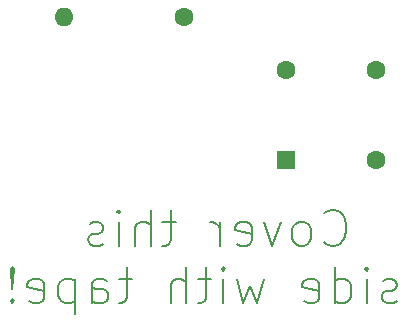
<source format=gbr>
%TF.GenerationSoftware,KiCad,Pcbnew,8.0.3*%
%TF.CreationDate,2024-12-07T17:37:54-06:00*%
%TF.ProjectId,XVI Overclock,58564920-4f76-4657-9263-6c6f636b2e6b,rev?*%
%TF.SameCoordinates,Original*%
%TF.FileFunction,Soldermask,Bot*%
%TF.FilePolarity,Negative*%
%FSLAX46Y46*%
G04 Gerber Fmt 4.6, Leading zero omitted, Abs format (unit mm)*
G04 Created by KiCad (PCBNEW 8.0.3) date 2024-12-07 17:37:54*
%MOMM*%
%LPD*%
G01*
G04 APERTURE LIST*
%ADD10C,0.150000*%
%ADD11C,1.600000*%
%ADD12R,1.600000X1.600000*%
%ADD13O,1.600000X1.600000*%
G04 APERTURE END LIST*
D10*
X163884285Y-113614426D02*
X164027142Y-113757284D01*
X164027142Y-113757284D02*
X164455714Y-113900141D01*
X164455714Y-113900141D02*
X164741428Y-113900141D01*
X164741428Y-113900141D02*
X165169999Y-113757284D01*
X165169999Y-113757284D02*
X165455714Y-113471569D01*
X165455714Y-113471569D02*
X165598571Y-113185855D01*
X165598571Y-113185855D02*
X165741428Y-112614426D01*
X165741428Y-112614426D02*
X165741428Y-112185855D01*
X165741428Y-112185855D02*
X165598571Y-111614426D01*
X165598571Y-111614426D02*
X165455714Y-111328712D01*
X165455714Y-111328712D02*
X165169999Y-111042998D01*
X165169999Y-111042998D02*
X164741428Y-110900141D01*
X164741428Y-110900141D02*
X164455714Y-110900141D01*
X164455714Y-110900141D02*
X164027142Y-111042998D01*
X164027142Y-111042998D02*
X163884285Y-111185855D01*
X162169999Y-113900141D02*
X162455714Y-113757284D01*
X162455714Y-113757284D02*
X162598571Y-113614426D01*
X162598571Y-113614426D02*
X162741428Y-113328712D01*
X162741428Y-113328712D02*
X162741428Y-112471569D01*
X162741428Y-112471569D02*
X162598571Y-112185855D01*
X162598571Y-112185855D02*
X162455714Y-112042998D01*
X162455714Y-112042998D02*
X162169999Y-111900141D01*
X162169999Y-111900141D02*
X161741428Y-111900141D01*
X161741428Y-111900141D02*
X161455714Y-112042998D01*
X161455714Y-112042998D02*
X161312857Y-112185855D01*
X161312857Y-112185855D02*
X161169999Y-112471569D01*
X161169999Y-112471569D02*
X161169999Y-113328712D01*
X161169999Y-113328712D02*
X161312857Y-113614426D01*
X161312857Y-113614426D02*
X161455714Y-113757284D01*
X161455714Y-113757284D02*
X161741428Y-113900141D01*
X161741428Y-113900141D02*
X162169999Y-113900141D01*
X160169999Y-111900141D02*
X159455713Y-113900141D01*
X159455713Y-113900141D02*
X158741428Y-111900141D01*
X156455714Y-113757284D02*
X156741428Y-113900141D01*
X156741428Y-113900141D02*
X157312857Y-113900141D01*
X157312857Y-113900141D02*
X157598571Y-113757284D01*
X157598571Y-113757284D02*
X157741428Y-113471569D01*
X157741428Y-113471569D02*
X157741428Y-112328712D01*
X157741428Y-112328712D02*
X157598571Y-112042998D01*
X157598571Y-112042998D02*
X157312857Y-111900141D01*
X157312857Y-111900141D02*
X156741428Y-111900141D01*
X156741428Y-111900141D02*
X156455714Y-112042998D01*
X156455714Y-112042998D02*
X156312857Y-112328712D01*
X156312857Y-112328712D02*
X156312857Y-112614426D01*
X156312857Y-112614426D02*
X157741428Y-112900141D01*
X155027142Y-113900141D02*
X155027142Y-111900141D01*
X155027142Y-112471569D02*
X154884285Y-112185855D01*
X154884285Y-112185855D02*
X154741428Y-112042998D01*
X154741428Y-112042998D02*
X154455713Y-111900141D01*
X154455713Y-111900141D02*
X154169999Y-111900141D01*
X151312856Y-111900141D02*
X150169999Y-111900141D01*
X150884285Y-110900141D02*
X150884285Y-113471569D01*
X150884285Y-113471569D02*
X150741428Y-113757284D01*
X150741428Y-113757284D02*
X150455713Y-113900141D01*
X150455713Y-113900141D02*
X150169999Y-113900141D01*
X149169999Y-113900141D02*
X149169999Y-110900141D01*
X147884285Y-113900141D02*
X147884285Y-112328712D01*
X147884285Y-112328712D02*
X148027142Y-112042998D01*
X148027142Y-112042998D02*
X148312856Y-111900141D01*
X148312856Y-111900141D02*
X148741427Y-111900141D01*
X148741427Y-111900141D02*
X149027142Y-112042998D01*
X149027142Y-112042998D02*
X149169999Y-112185855D01*
X146455713Y-113900141D02*
X146455713Y-111900141D01*
X146455713Y-110900141D02*
X146598570Y-111042998D01*
X146598570Y-111042998D02*
X146455713Y-111185855D01*
X146455713Y-111185855D02*
X146312856Y-111042998D01*
X146312856Y-111042998D02*
X146455713Y-110900141D01*
X146455713Y-110900141D02*
X146455713Y-111185855D01*
X145169999Y-113757284D02*
X144884285Y-113900141D01*
X144884285Y-113900141D02*
X144312856Y-113900141D01*
X144312856Y-113900141D02*
X144027142Y-113757284D01*
X144027142Y-113757284D02*
X143884285Y-113471569D01*
X143884285Y-113471569D02*
X143884285Y-113328712D01*
X143884285Y-113328712D02*
X144027142Y-113042998D01*
X144027142Y-113042998D02*
X144312856Y-112900141D01*
X144312856Y-112900141D02*
X144741428Y-112900141D01*
X144741428Y-112900141D02*
X145027142Y-112757284D01*
X145027142Y-112757284D02*
X145169999Y-112471569D01*
X145169999Y-112471569D02*
X145169999Y-112328712D01*
X145169999Y-112328712D02*
X145027142Y-112042998D01*
X145027142Y-112042998D02*
X144741428Y-111900141D01*
X144741428Y-111900141D02*
X144312856Y-111900141D01*
X144312856Y-111900141D02*
X144027142Y-112042998D01*
X170027142Y-118587116D02*
X169741428Y-118729973D01*
X169741428Y-118729973D02*
X169169999Y-118729973D01*
X169169999Y-118729973D02*
X168884285Y-118587116D01*
X168884285Y-118587116D02*
X168741428Y-118301401D01*
X168741428Y-118301401D02*
X168741428Y-118158544D01*
X168741428Y-118158544D02*
X168884285Y-117872830D01*
X168884285Y-117872830D02*
X169169999Y-117729973D01*
X169169999Y-117729973D02*
X169598571Y-117729973D01*
X169598571Y-117729973D02*
X169884285Y-117587116D01*
X169884285Y-117587116D02*
X170027142Y-117301401D01*
X170027142Y-117301401D02*
X170027142Y-117158544D01*
X170027142Y-117158544D02*
X169884285Y-116872830D01*
X169884285Y-116872830D02*
X169598571Y-116729973D01*
X169598571Y-116729973D02*
X169169999Y-116729973D01*
X169169999Y-116729973D02*
X168884285Y-116872830D01*
X167455714Y-118729973D02*
X167455714Y-116729973D01*
X167455714Y-115729973D02*
X167598571Y-115872830D01*
X167598571Y-115872830D02*
X167455714Y-116015687D01*
X167455714Y-116015687D02*
X167312857Y-115872830D01*
X167312857Y-115872830D02*
X167455714Y-115729973D01*
X167455714Y-115729973D02*
X167455714Y-116015687D01*
X164741429Y-118729973D02*
X164741429Y-115729973D01*
X164741429Y-118587116D02*
X165027143Y-118729973D01*
X165027143Y-118729973D02*
X165598571Y-118729973D01*
X165598571Y-118729973D02*
X165884286Y-118587116D01*
X165884286Y-118587116D02*
X166027143Y-118444258D01*
X166027143Y-118444258D02*
X166170000Y-118158544D01*
X166170000Y-118158544D02*
X166170000Y-117301401D01*
X166170000Y-117301401D02*
X166027143Y-117015687D01*
X166027143Y-117015687D02*
X165884286Y-116872830D01*
X165884286Y-116872830D02*
X165598571Y-116729973D01*
X165598571Y-116729973D02*
X165027143Y-116729973D01*
X165027143Y-116729973D02*
X164741429Y-116872830D01*
X162170000Y-118587116D02*
X162455714Y-118729973D01*
X162455714Y-118729973D02*
X163027143Y-118729973D01*
X163027143Y-118729973D02*
X163312857Y-118587116D01*
X163312857Y-118587116D02*
X163455714Y-118301401D01*
X163455714Y-118301401D02*
X163455714Y-117158544D01*
X163455714Y-117158544D02*
X163312857Y-116872830D01*
X163312857Y-116872830D02*
X163027143Y-116729973D01*
X163027143Y-116729973D02*
X162455714Y-116729973D01*
X162455714Y-116729973D02*
X162170000Y-116872830D01*
X162170000Y-116872830D02*
X162027143Y-117158544D01*
X162027143Y-117158544D02*
X162027143Y-117444258D01*
X162027143Y-117444258D02*
X163455714Y-117729973D01*
X158741428Y-116729973D02*
X158170000Y-118729973D01*
X158170000Y-118729973D02*
X157598571Y-117301401D01*
X157598571Y-117301401D02*
X157027142Y-118729973D01*
X157027142Y-118729973D02*
X156455714Y-116729973D01*
X155312857Y-118729973D02*
X155312857Y-116729973D01*
X155312857Y-115729973D02*
X155455714Y-115872830D01*
X155455714Y-115872830D02*
X155312857Y-116015687D01*
X155312857Y-116015687D02*
X155170000Y-115872830D01*
X155170000Y-115872830D02*
X155312857Y-115729973D01*
X155312857Y-115729973D02*
X155312857Y-116015687D01*
X154312857Y-116729973D02*
X153170000Y-116729973D01*
X153884286Y-115729973D02*
X153884286Y-118301401D01*
X153884286Y-118301401D02*
X153741429Y-118587116D01*
X153741429Y-118587116D02*
X153455714Y-118729973D01*
X153455714Y-118729973D02*
X153170000Y-118729973D01*
X152170000Y-118729973D02*
X152170000Y-115729973D01*
X150884286Y-118729973D02*
X150884286Y-117158544D01*
X150884286Y-117158544D02*
X151027143Y-116872830D01*
X151027143Y-116872830D02*
X151312857Y-116729973D01*
X151312857Y-116729973D02*
X151741428Y-116729973D01*
X151741428Y-116729973D02*
X152027143Y-116872830D01*
X152027143Y-116872830D02*
X152170000Y-117015687D01*
X147598571Y-116729973D02*
X146455714Y-116729973D01*
X147170000Y-115729973D02*
X147170000Y-118301401D01*
X147170000Y-118301401D02*
X147027143Y-118587116D01*
X147027143Y-118587116D02*
X146741428Y-118729973D01*
X146741428Y-118729973D02*
X146455714Y-118729973D01*
X144170000Y-118729973D02*
X144170000Y-117158544D01*
X144170000Y-117158544D02*
X144312857Y-116872830D01*
X144312857Y-116872830D02*
X144598571Y-116729973D01*
X144598571Y-116729973D02*
X145170000Y-116729973D01*
X145170000Y-116729973D02*
X145455714Y-116872830D01*
X144170000Y-118587116D02*
X144455714Y-118729973D01*
X144455714Y-118729973D02*
X145170000Y-118729973D01*
X145170000Y-118729973D02*
X145455714Y-118587116D01*
X145455714Y-118587116D02*
X145598571Y-118301401D01*
X145598571Y-118301401D02*
X145598571Y-118015687D01*
X145598571Y-118015687D02*
X145455714Y-117729973D01*
X145455714Y-117729973D02*
X145170000Y-117587116D01*
X145170000Y-117587116D02*
X144455714Y-117587116D01*
X144455714Y-117587116D02*
X144170000Y-117444258D01*
X142741428Y-116729973D02*
X142741428Y-119729973D01*
X142741428Y-116872830D02*
X142455714Y-116729973D01*
X142455714Y-116729973D02*
X141884285Y-116729973D01*
X141884285Y-116729973D02*
X141598571Y-116872830D01*
X141598571Y-116872830D02*
X141455714Y-117015687D01*
X141455714Y-117015687D02*
X141312856Y-117301401D01*
X141312856Y-117301401D02*
X141312856Y-118158544D01*
X141312856Y-118158544D02*
X141455714Y-118444258D01*
X141455714Y-118444258D02*
X141598571Y-118587116D01*
X141598571Y-118587116D02*
X141884285Y-118729973D01*
X141884285Y-118729973D02*
X142455714Y-118729973D01*
X142455714Y-118729973D02*
X142741428Y-118587116D01*
X138884285Y-118587116D02*
X139169999Y-118729973D01*
X139169999Y-118729973D02*
X139741428Y-118729973D01*
X139741428Y-118729973D02*
X140027142Y-118587116D01*
X140027142Y-118587116D02*
X140169999Y-118301401D01*
X140169999Y-118301401D02*
X140169999Y-117158544D01*
X140169999Y-117158544D02*
X140027142Y-116872830D01*
X140027142Y-116872830D02*
X139741428Y-116729973D01*
X139741428Y-116729973D02*
X139169999Y-116729973D01*
X139169999Y-116729973D02*
X138884285Y-116872830D01*
X138884285Y-116872830D02*
X138741428Y-117158544D01*
X138741428Y-117158544D02*
X138741428Y-117444258D01*
X138741428Y-117444258D02*
X140169999Y-117729973D01*
X137455713Y-118444258D02*
X137312856Y-118587116D01*
X137312856Y-118587116D02*
X137455713Y-118729973D01*
X137455713Y-118729973D02*
X137598570Y-118587116D01*
X137598570Y-118587116D02*
X137455713Y-118444258D01*
X137455713Y-118444258D02*
X137455713Y-118729973D01*
X137455713Y-117587116D02*
X137598570Y-115872830D01*
X137598570Y-115872830D02*
X137455713Y-115729973D01*
X137455713Y-115729973D02*
X137312856Y-115872830D01*
X137312856Y-115872830D02*
X137455713Y-117587116D01*
X137455713Y-117587116D02*
X137455713Y-115729973D01*
D11*
%TO.C,X1*%
X168275000Y-106680000D03*
X168275000Y-99060000D03*
X160655000Y-99060000D03*
D12*
X160655000Y-106680000D03*
%TD*%
D13*
%TO.C,R1*%
X141845000Y-94525000D03*
D11*
X152005000Y-94525000D03*
%TD*%
M02*

</source>
